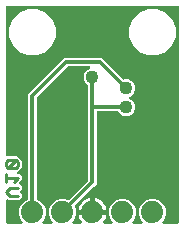
<source format=gbr>
G04 EAGLE Gerber RS-274X export*
G75*
%MOMM*%
%FSLAX34Y34*%
%LPD*%
%INBottom Copper*%
%IPPOS*%
%AMOC8*
5,1,8,0,0,1.08239X$1,22.5*%
G01*
%ADD10C,0.254000*%
%ADD11C,1.879600*%
%ADD12C,1.108000*%
%ADD13C,0.304800*%

G36*
X16464Y3053D02*
X16464Y3053D01*
X16493Y3050D01*
X16604Y3073D01*
X16716Y3089D01*
X16743Y3101D01*
X16772Y3106D01*
X16872Y3159D01*
X16976Y3205D01*
X16998Y3224D01*
X17024Y3237D01*
X17106Y3315D01*
X17193Y3388D01*
X17209Y3413D01*
X17230Y3433D01*
X17287Y3531D01*
X17350Y3625D01*
X17359Y3653D01*
X17374Y3678D01*
X17402Y3788D01*
X17436Y3896D01*
X17437Y3926D01*
X17444Y3954D01*
X17440Y4067D01*
X17443Y4180D01*
X17436Y4209D01*
X17435Y4238D01*
X17400Y4346D01*
X17372Y4455D01*
X17357Y4481D01*
X17348Y4509D01*
X17302Y4573D01*
X17226Y4700D01*
X17181Y4743D01*
X17153Y4782D01*
X15709Y6225D01*
X13969Y10426D01*
X13969Y14974D01*
X15710Y19175D01*
X18925Y22390D01*
X21217Y23340D01*
X21218Y23341D01*
X21219Y23341D01*
X21334Y23409D01*
X21461Y23484D01*
X21462Y23485D01*
X21464Y23486D01*
X21561Y23590D01*
X21657Y23691D01*
X21657Y23692D01*
X21658Y23693D01*
X21723Y23819D01*
X21787Y23944D01*
X21787Y23945D01*
X21788Y23947D01*
X21790Y23962D01*
X21842Y24223D01*
X21839Y24253D01*
X21843Y24278D01*
X21843Y112775D01*
X52325Y143257D01*
X84023Y143257D01*
X102056Y125224D01*
X102057Y125223D01*
X102058Y125222D01*
X102172Y125137D01*
X102283Y125053D01*
X102285Y125052D01*
X102286Y125051D01*
X102416Y125002D01*
X102549Y124952D01*
X102551Y124952D01*
X102552Y124951D01*
X102691Y124940D01*
X102832Y124928D01*
X102834Y124928D01*
X102835Y124928D01*
X102850Y124932D01*
X103111Y124984D01*
X103138Y124998D01*
X103163Y125004D01*
X103269Y125048D01*
X106281Y125048D01*
X109065Y123895D01*
X111195Y121765D01*
X112348Y118981D01*
X112348Y115969D01*
X111195Y113185D01*
X109065Y111055D01*
X107665Y110475D01*
X107640Y110461D01*
X107612Y110452D01*
X107518Y110389D01*
X107420Y110331D01*
X107400Y110310D01*
X107376Y110293D01*
X107303Y110207D01*
X107225Y110124D01*
X107212Y110098D01*
X107193Y110076D01*
X107147Y109972D01*
X107095Y109872D01*
X107089Y109843D01*
X107077Y109816D01*
X107062Y109704D01*
X107040Y109593D01*
X107042Y109563D01*
X107038Y109534D01*
X107055Y109422D01*
X107064Y109309D01*
X107075Y109282D01*
X107079Y109253D01*
X107126Y109150D01*
X107166Y109044D01*
X107184Y109021D01*
X107196Y108994D01*
X107270Y108908D01*
X107338Y108817D01*
X107361Y108800D01*
X107380Y108777D01*
X107447Y108736D01*
X107566Y108647D01*
X107624Y108625D01*
X107665Y108600D01*
X109065Y108020D01*
X111195Y105890D01*
X112348Y103106D01*
X112348Y100094D01*
X111195Y97310D01*
X109065Y95180D01*
X106281Y94027D01*
X103269Y94027D01*
X100485Y95180D01*
X98355Y97310D01*
X98311Y97416D01*
X98310Y97418D01*
X98310Y97419D01*
X98240Y97537D01*
X98167Y97661D01*
X98166Y97662D01*
X98165Y97664D01*
X98063Y97759D01*
X97960Y97856D01*
X97959Y97857D01*
X97957Y97858D01*
X97832Y97922D01*
X97707Y97987D01*
X97706Y97987D01*
X97704Y97988D01*
X97689Y97990D01*
X97428Y98042D01*
X97398Y98039D01*
X97373Y98043D01*
X80772Y98043D01*
X80714Y98035D01*
X80656Y98037D01*
X80574Y98015D01*
X80490Y98003D01*
X80437Y97980D01*
X80381Y97965D01*
X80308Y97922D01*
X80231Y97887D01*
X80186Y97849D01*
X80136Y97820D01*
X80078Y97758D01*
X80014Y97704D01*
X79982Y97655D01*
X79942Y97612D01*
X79903Y97537D01*
X79856Y97467D01*
X79839Y97411D01*
X79812Y97359D01*
X79801Y97291D01*
X79771Y97196D01*
X79768Y97096D01*
X79757Y97028D01*
X79757Y36627D01*
X77376Y34246D01*
X61502Y18372D01*
X61501Y18370D01*
X61499Y18369D01*
X61415Y18256D01*
X61331Y18144D01*
X61330Y18143D01*
X61329Y18142D01*
X61279Y18010D01*
X61230Y17879D01*
X61229Y17877D01*
X61229Y17876D01*
X61217Y17731D01*
X61206Y17595D01*
X61206Y17594D01*
X61206Y17592D01*
X61210Y17577D01*
X61262Y17317D01*
X61276Y17290D01*
X61282Y17265D01*
X62231Y14974D01*
X62231Y10426D01*
X60491Y6225D01*
X59047Y4782D01*
X59030Y4758D01*
X59007Y4739D01*
X58945Y4645D01*
X58876Y4555D01*
X58866Y4527D01*
X58850Y4503D01*
X58816Y4395D01*
X58775Y4289D01*
X58773Y4260D01*
X58764Y4232D01*
X58761Y4118D01*
X58752Y4006D01*
X58757Y3977D01*
X58757Y3948D01*
X58785Y3838D01*
X58808Y3727D01*
X58821Y3701D01*
X58828Y3673D01*
X58886Y3575D01*
X58939Y3475D01*
X58959Y3453D01*
X58974Y3428D01*
X59056Y3351D01*
X59134Y3269D01*
X59160Y3254D01*
X59181Y3234D01*
X59282Y3182D01*
X59380Y3125D01*
X59408Y3118D01*
X59434Y3104D01*
X59512Y3091D01*
X59655Y3055D01*
X59718Y3057D01*
X59765Y3049D01*
X66516Y3049D01*
X66545Y3053D01*
X66575Y3050D01*
X66686Y3073D01*
X66798Y3089D01*
X66825Y3101D01*
X66853Y3106D01*
X66954Y3159D01*
X67057Y3205D01*
X67080Y3224D01*
X67106Y3237D01*
X67188Y3315D01*
X67274Y3388D01*
X67291Y3413D01*
X67312Y3433D01*
X67369Y3531D01*
X67432Y3625D01*
X67441Y3653D01*
X67456Y3678D01*
X67483Y3788D01*
X67518Y3896D01*
X67518Y3925D01*
X67526Y3954D01*
X67522Y4067D01*
X67525Y4180D01*
X67518Y4209D01*
X67517Y4238D01*
X67482Y4346D01*
X67453Y4455D01*
X67438Y4481D01*
X67429Y4509D01*
X67383Y4573D01*
X67308Y4700D01*
X67262Y4743D01*
X67234Y4782D01*
X67094Y4923D01*
X65989Y6443D01*
X65136Y8117D01*
X64555Y9904D01*
X64434Y10669D01*
X75184Y10669D01*
X75242Y10677D01*
X75300Y10675D01*
X75382Y10697D01*
X75465Y10709D01*
X75519Y10733D01*
X75575Y10747D01*
X75648Y10790D01*
X75725Y10825D01*
X75769Y10863D01*
X75820Y10893D01*
X75877Y10954D01*
X75942Y11009D01*
X75974Y11057D01*
X76014Y11100D01*
X76053Y11175D01*
X76099Y11245D01*
X76117Y11301D01*
X76144Y11353D01*
X76155Y11421D01*
X76185Y11516D01*
X76188Y11616D01*
X76199Y11684D01*
X76199Y12701D01*
X76201Y12701D01*
X76201Y11684D01*
X76209Y11626D01*
X76208Y11568D01*
X76229Y11486D01*
X76241Y11403D01*
X76265Y11349D01*
X76279Y11293D01*
X76322Y11220D01*
X76357Y11143D01*
X76395Y11098D01*
X76425Y11048D01*
X76486Y10990D01*
X76541Y10926D01*
X76589Y10894D01*
X76632Y10854D01*
X76707Y10815D01*
X76777Y10769D01*
X76833Y10751D01*
X76885Y10724D01*
X76953Y10713D01*
X77048Y10683D01*
X77148Y10680D01*
X77216Y10669D01*
X87966Y10669D01*
X87845Y9904D01*
X87264Y8117D01*
X86411Y6443D01*
X85306Y4923D01*
X85166Y4782D01*
X85148Y4758D01*
X85126Y4739D01*
X85063Y4645D01*
X84995Y4555D01*
X84984Y4527D01*
X84968Y4503D01*
X84934Y4395D01*
X84894Y4289D01*
X84891Y4260D01*
X84882Y4232D01*
X84879Y4119D01*
X84870Y4006D01*
X84876Y3977D01*
X84875Y3948D01*
X84904Y3838D01*
X84926Y3727D01*
X84939Y3701D01*
X84947Y3673D01*
X85005Y3575D01*
X85057Y3475D01*
X85077Y3453D01*
X85092Y3428D01*
X85175Y3351D01*
X85253Y3269D01*
X85278Y3254D01*
X85299Y3234D01*
X85400Y3182D01*
X85498Y3125D01*
X85526Y3118D01*
X85553Y3104D01*
X85630Y3091D01*
X85773Y3055D01*
X85836Y3057D01*
X85884Y3049D01*
X92635Y3049D01*
X92664Y3053D01*
X92693Y3050D01*
X92804Y3073D01*
X92916Y3089D01*
X92943Y3101D01*
X92972Y3106D01*
X93072Y3159D01*
X93176Y3205D01*
X93198Y3224D01*
X93224Y3237D01*
X93306Y3315D01*
X93393Y3388D01*
X93409Y3413D01*
X93430Y3433D01*
X93487Y3531D01*
X93550Y3625D01*
X93559Y3653D01*
X93574Y3678D01*
X93602Y3788D01*
X93636Y3896D01*
X93637Y3926D01*
X93644Y3954D01*
X93640Y4067D01*
X93643Y4180D01*
X93636Y4209D01*
X93635Y4238D01*
X93600Y4346D01*
X93572Y4455D01*
X93557Y4481D01*
X93548Y4509D01*
X93502Y4573D01*
X93426Y4700D01*
X93381Y4743D01*
X93353Y4782D01*
X91909Y6225D01*
X90169Y10426D01*
X90169Y14974D01*
X91910Y19175D01*
X95125Y22390D01*
X99326Y24131D01*
X103874Y24131D01*
X108075Y22390D01*
X111290Y19175D01*
X113031Y14974D01*
X113031Y10426D01*
X111291Y6225D01*
X109847Y4782D01*
X109830Y4758D01*
X109807Y4739D01*
X109745Y4645D01*
X109676Y4555D01*
X109666Y4527D01*
X109650Y4503D01*
X109616Y4395D01*
X109575Y4289D01*
X109573Y4260D01*
X109564Y4232D01*
X109561Y4118D01*
X109552Y4006D01*
X109557Y3977D01*
X109557Y3948D01*
X109585Y3838D01*
X109608Y3727D01*
X109621Y3701D01*
X109628Y3673D01*
X109686Y3575D01*
X109739Y3475D01*
X109759Y3453D01*
X109774Y3428D01*
X109856Y3351D01*
X109934Y3269D01*
X109960Y3254D01*
X109981Y3234D01*
X110082Y3182D01*
X110180Y3125D01*
X110208Y3118D01*
X110234Y3104D01*
X110312Y3091D01*
X110455Y3055D01*
X110518Y3057D01*
X110565Y3049D01*
X118035Y3049D01*
X118064Y3053D01*
X118093Y3050D01*
X118204Y3073D01*
X118316Y3089D01*
X118343Y3101D01*
X118372Y3106D01*
X118472Y3159D01*
X118576Y3205D01*
X118598Y3224D01*
X118624Y3237D01*
X118706Y3315D01*
X118793Y3388D01*
X118809Y3413D01*
X118830Y3433D01*
X118887Y3531D01*
X118950Y3625D01*
X118959Y3653D01*
X118974Y3678D01*
X119002Y3788D01*
X119036Y3896D01*
X119037Y3926D01*
X119044Y3954D01*
X119040Y4067D01*
X119043Y4180D01*
X119036Y4209D01*
X119035Y4238D01*
X119000Y4346D01*
X118972Y4455D01*
X118957Y4481D01*
X118948Y4509D01*
X118902Y4573D01*
X118826Y4700D01*
X118781Y4743D01*
X118753Y4782D01*
X117309Y6225D01*
X115569Y10426D01*
X115569Y14974D01*
X117310Y19175D01*
X120525Y22390D01*
X124726Y24131D01*
X129274Y24131D01*
X133475Y22390D01*
X136690Y19175D01*
X138431Y14974D01*
X138431Y10426D01*
X136691Y6225D01*
X135247Y4782D01*
X135230Y4758D01*
X135207Y4739D01*
X135145Y4645D01*
X135076Y4555D01*
X135066Y4527D01*
X135050Y4503D01*
X135016Y4395D01*
X134975Y4289D01*
X134973Y4260D01*
X134964Y4232D01*
X134961Y4118D01*
X134952Y4006D01*
X134957Y3977D01*
X134957Y3948D01*
X134985Y3838D01*
X135008Y3727D01*
X135021Y3701D01*
X135028Y3673D01*
X135086Y3575D01*
X135139Y3475D01*
X135159Y3453D01*
X135174Y3428D01*
X135256Y3351D01*
X135334Y3269D01*
X135360Y3254D01*
X135381Y3234D01*
X135482Y3182D01*
X135580Y3125D01*
X135608Y3118D01*
X135634Y3104D01*
X135712Y3091D01*
X135855Y3055D01*
X135918Y3057D01*
X135965Y3049D01*
X148140Y3049D01*
X148198Y3057D01*
X148256Y3055D01*
X148338Y3077D01*
X148422Y3089D01*
X148475Y3112D01*
X148531Y3127D01*
X148604Y3170D01*
X148681Y3205D01*
X148725Y3242D01*
X148775Y3272D01*
X148833Y3334D01*
X148898Y3388D01*
X148930Y3437D01*
X148970Y3479D01*
X149009Y3554D01*
X149056Y3625D01*
X149073Y3680D01*
X149100Y3732D01*
X149111Y3800D01*
X149142Y3896D01*
X149144Y3995D01*
X149156Y4063D01*
X149347Y186435D01*
X149339Y186493D01*
X149340Y186552D01*
X149319Y186633D01*
X149308Y186716D01*
X149283Y186770D01*
X149269Y186827D01*
X149226Y186899D01*
X149191Y186976D01*
X149153Y187021D01*
X149123Y187072D01*
X149062Y187129D01*
X149008Y187193D01*
X148959Y187226D01*
X148916Y187266D01*
X148841Y187305D01*
X148772Y187351D01*
X148715Y187369D01*
X148663Y187396D01*
X148595Y187407D01*
X148501Y187437D01*
X148400Y187440D01*
X148332Y187451D01*
X4064Y187451D01*
X4006Y187443D01*
X3948Y187445D01*
X3866Y187423D01*
X3782Y187411D01*
X3729Y187388D01*
X3673Y187373D01*
X3600Y187330D01*
X3523Y187295D01*
X3478Y187257D01*
X3428Y187228D01*
X3370Y187166D01*
X3306Y187112D01*
X3274Y187063D01*
X3234Y187020D01*
X3195Y186945D01*
X3148Y186875D01*
X3131Y186819D01*
X3104Y186767D01*
X3093Y186699D01*
X3063Y186604D01*
X3060Y186504D01*
X3049Y186436D01*
X3049Y60998D01*
X3057Y60940D01*
X3055Y60882D01*
X3077Y60800D01*
X3089Y60717D01*
X3112Y60663D01*
X3127Y60607D01*
X3170Y60534D01*
X3205Y60457D01*
X3243Y60413D01*
X3272Y60362D01*
X3334Y60305D01*
X3388Y60240D01*
X3437Y60208D01*
X3480Y60168D01*
X3555Y60129D01*
X3625Y60083D01*
X3681Y60065D01*
X3733Y60038D01*
X3801Y60027D01*
X3896Y59997D01*
X3996Y59994D01*
X4064Y59983D01*
X12699Y59983D01*
X16329Y56353D01*
X16329Y50228D01*
X14097Y47996D01*
X12734Y46632D01*
X12716Y46609D01*
X12694Y46590D01*
X12631Y46496D01*
X12563Y46405D01*
X12552Y46378D01*
X12536Y46353D01*
X12502Y46245D01*
X12462Y46140D01*
X12459Y46110D01*
X12450Y46082D01*
X12447Y45969D01*
X12438Y45856D01*
X12444Y45828D01*
X12443Y45798D01*
X12472Y45689D01*
X12494Y45578D01*
X12507Y45551D01*
X12515Y45523D01*
X12572Y45426D01*
X12625Y45325D01*
X12645Y45304D01*
X12660Y45279D01*
X12742Y45201D01*
X12821Y45119D01*
X12846Y45104D01*
X12867Y45084D01*
X12968Y45033D01*
X13066Y44975D01*
X13094Y44968D01*
X13120Y44955D01*
X13198Y44942D01*
X13341Y44905D01*
X13404Y44907D01*
X13452Y44899D01*
X14394Y44899D01*
X16329Y42965D01*
X16329Y40229D01*
X14263Y38162D01*
X14227Y38116D01*
X14185Y38075D01*
X14142Y38003D01*
X14092Y37935D01*
X14071Y37880D01*
X14041Y37830D01*
X14021Y37748D01*
X13991Y37669D01*
X13986Y37611D01*
X13971Y37554D01*
X13974Y37470D01*
X13967Y37386D01*
X13978Y37329D01*
X13980Y37270D01*
X14006Y37190D01*
X14023Y37107D01*
X14050Y37055D01*
X14068Y37000D01*
X14108Y36944D01*
X14154Y36855D01*
X14223Y36783D01*
X14263Y36726D01*
X16329Y34660D01*
X16329Y31924D01*
X15025Y30620D01*
X14990Y30574D01*
X14948Y30533D01*
X14905Y30461D01*
X14854Y30393D01*
X14834Y30339D01*
X14804Y30288D01*
X14783Y30207D01*
X14753Y30128D01*
X14748Y30069D01*
X14734Y30013D01*
X14737Y29928D01*
X14730Y29844D01*
X14741Y29787D01*
X14743Y29729D01*
X14769Y29648D01*
X14785Y29566D01*
X14812Y29514D01*
X14830Y29458D01*
X14871Y29402D01*
X14916Y29313D01*
X14985Y29241D01*
X15025Y29185D01*
X16329Y27881D01*
X16329Y25145D01*
X14394Y23210D01*
X4879Y23210D01*
X4782Y23307D01*
X4758Y23325D01*
X4739Y23347D01*
X4645Y23410D01*
X4555Y23478D01*
X4527Y23489D01*
X4503Y23505D01*
X4395Y23539D01*
X4289Y23580D01*
X4260Y23582D01*
X4232Y23591D01*
X4119Y23594D01*
X4006Y23603D01*
X3977Y23597D01*
X3948Y23598D01*
X3838Y23570D01*
X3727Y23547D01*
X3701Y23534D01*
X3673Y23526D01*
X3575Y23469D01*
X3475Y23416D01*
X3453Y23396D01*
X3428Y23381D01*
X3351Y23299D01*
X3269Y23221D01*
X3254Y23195D01*
X3234Y23174D01*
X3182Y23073D01*
X3125Y22975D01*
X3118Y22947D01*
X3104Y22921D01*
X3091Y22843D01*
X3055Y22700D01*
X3057Y22637D01*
X3049Y22590D01*
X3049Y4064D01*
X3057Y4006D01*
X3055Y3948D01*
X3077Y3866D01*
X3089Y3782D01*
X3112Y3729D01*
X3127Y3673D01*
X3170Y3600D01*
X3205Y3523D01*
X3243Y3478D01*
X3272Y3428D01*
X3334Y3370D01*
X3388Y3306D01*
X3437Y3274D01*
X3480Y3234D01*
X3555Y3195D01*
X3625Y3148D01*
X3681Y3131D01*
X3733Y3104D01*
X3801Y3093D01*
X3896Y3063D01*
X3996Y3060D01*
X4064Y3049D01*
X16435Y3049D01*
X16464Y3053D01*
G37*
G36*
X41864Y3053D02*
X41864Y3053D01*
X41893Y3050D01*
X42004Y3073D01*
X42116Y3089D01*
X42143Y3101D01*
X42172Y3106D01*
X42272Y3159D01*
X42376Y3205D01*
X42398Y3224D01*
X42424Y3237D01*
X42506Y3315D01*
X42593Y3388D01*
X42609Y3413D01*
X42630Y3433D01*
X42687Y3531D01*
X42750Y3625D01*
X42759Y3653D01*
X42774Y3678D01*
X42802Y3788D01*
X42836Y3896D01*
X42837Y3926D01*
X42844Y3954D01*
X42840Y4067D01*
X42843Y4180D01*
X42836Y4209D01*
X42835Y4238D01*
X42800Y4346D01*
X42772Y4455D01*
X42757Y4481D01*
X42748Y4509D01*
X42702Y4573D01*
X42626Y4700D01*
X42581Y4743D01*
X42553Y4782D01*
X41109Y6225D01*
X39369Y10426D01*
X39369Y14974D01*
X41110Y19175D01*
X44325Y22390D01*
X48526Y24131D01*
X53074Y24131D01*
X55365Y23182D01*
X55367Y23181D01*
X55368Y23180D01*
X55502Y23146D01*
X55641Y23111D01*
X55642Y23111D01*
X55644Y23110D01*
X55784Y23115D01*
X55925Y23119D01*
X55926Y23119D01*
X55928Y23119D01*
X56061Y23162D01*
X56195Y23205D01*
X56197Y23206D01*
X56198Y23207D01*
X56210Y23215D01*
X56432Y23364D01*
X56451Y23387D01*
X56472Y23402D01*
X72346Y39276D01*
X72398Y39346D01*
X72458Y39410D01*
X72484Y39459D01*
X72517Y39503D01*
X72548Y39585D01*
X72588Y39663D01*
X72596Y39710D01*
X72618Y39769D01*
X72630Y39916D01*
X72643Y39994D01*
X72643Y119598D01*
X72643Y119600D01*
X72643Y119601D01*
X72623Y119745D01*
X72603Y119880D01*
X72603Y119881D01*
X72603Y119883D01*
X72543Y120014D01*
X72487Y120139D01*
X72486Y120140D01*
X72485Y120142D01*
X72393Y120250D01*
X72304Y120356D01*
X72302Y120357D01*
X72301Y120358D01*
X72288Y120367D01*
X72067Y120514D01*
X72038Y120523D01*
X72016Y120536D01*
X71910Y120580D01*
X69780Y122710D01*
X68627Y125494D01*
X68627Y128506D01*
X69780Y131290D01*
X71910Y133420D01*
X73770Y134190D01*
X73844Y134234D01*
X73922Y134269D01*
X73966Y134306D01*
X74015Y134335D01*
X74074Y134397D01*
X74139Y134453D01*
X74171Y134500D01*
X74210Y134541D01*
X74249Y134618D01*
X74297Y134689D01*
X74314Y134743D01*
X74340Y134794D01*
X74357Y134878D01*
X74383Y134960D01*
X74384Y135017D01*
X74395Y135073D01*
X74388Y135158D01*
X74390Y135244D01*
X74376Y135299D01*
X74371Y135356D01*
X74340Y135437D01*
X74318Y135519D01*
X74289Y135568D01*
X74269Y135621D01*
X74217Y135690D01*
X74173Y135764D01*
X74131Y135803D01*
X74097Y135848D01*
X74028Y135900D01*
X73966Y135958D01*
X73915Y135984D01*
X73869Y136018D01*
X73789Y136049D01*
X73712Y136088D01*
X73664Y136096D01*
X73603Y136119D01*
X73459Y136130D01*
X73381Y136143D01*
X55692Y136143D01*
X55605Y136131D01*
X55518Y136128D01*
X55465Y136111D01*
X55410Y136103D01*
X55331Y136068D01*
X55247Y136041D01*
X55208Y136013D01*
X55151Y135987D01*
X55038Y135891D01*
X54974Y135846D01*
X29254Y110126D01*
X29202Y110056D01*
X29142Y109992D01*
X29116Y109943D01*
X29083Y109899D01*
X29052Y109817D01*
X29012Y109739D01*
X29004Y109692D01*
X28982Y109633D01*
X28970Y109485D01*
X28957Y109408D01*
X28957Y24278D01*
X28957Y24276D01*
X28957Y24275D01*
X28978Y24131D01*
X28997Y23996D01*
X28997Y23995D01*
X28997Y23993D01*
X29054Y23867D01*
X29113Y23737D01*
X29114Y23736D01*
X29115Y23734D01*
X29206Y23627D01*
X29296Y23520D01*
X29298Y23519D01*
X29299Y23518D01*
X29312Y23509D01*
X29533Y23362D01*
X29562Y23353D01*
X29583Y23340D01*
X31875Y22390D01*
X35090Y19175D01*
X36831Y14974D01*
X36831Y10426D01*
X35091Y6225D01*
X33647Y4782D01*
X33630Y4758D01*
X33607Y4739D01*
X33545Y4645D01*
X33476Y4555D01*
X33466Y4527D01*
X33450Y4503D01*
X33416Y4395D01*
X33375Y4289D01*
X33373Y4260D01*
X33364Y4232D01*
X33361Y4118D01*
X33352Y4006D01*
X33357Y3977D01*
X33357Y3948D01*
X33385Y3838D01*
X33408Y3727D01*
X33421Y3701D01*
X33428Y3673D01*
X33486Y3575D01*
X33539Y3475D01*
X33559Y3453D01*
X33574Y3428D01*
X33656Y3351D01*
X33734Y3269D01*
X33760Y3254D01*
X33781Y3234D01*
X33882Y3182D01*
X33980Y3125D01*
X34008Y3118D01*
X34034Y3104D01*
X34112Y3091D01*
X34255Y3055D01*
X34318Y3057D01*
X34365Y3049D01*
X41835Y3049D01*
X41864Y3053D01*
G37*
%LPC*%
G36*
X123110Y145541D02*
X123110Y145541D01*
X115921Y148519D01*
X110419Y154021D01*
X107441Y161210D01*
X107441Y168990D01*
X110419Y176179D01*
X115921Y181681D01*
X123110Y184659D01*
X130890Y184659D01*
X138079Y181681D01*
X143581Y176179D01*
X146559Y168990D01*
X146559Y161210D01*
X143581Y154021D01*
X138079Y148519D01*
X130890Y145541D01*
X123110Y145541D01*
G37*
%LPD*%
%LPC*%
G36*
X21510Y145541D02*
X21510Y145541D01*
X14321Y148519D01*
X8819Y154021D01*
X5841Y161210D01*
X5841Y168990D01*
X8819Y176179D01*
X14321Y181681D01*
X21510Y184659D01*
X29290Y184659D01*
X36479Y181681D01*
X41981Y176179D01*
X44959Y168990D01*
X44959Y161210D01*
X41981Y154021D01*
X36479Y148519D01*
X29290Y145541D01*
X21510Y145541D01*
G37*
%LPD*%
%LPC*%
G36*
X78231Y14731D02*
X78231Y14731D01*
X78231Y24466D01*
X78996Y24345D01*
X80783Y23764D01*
X82457Y22911D01*
X83978Y21806D01*
X85306Y20478D01*
X86411Y18957D01*
X87264Y17283D01*
X87845Y15496D01*
X87966Y14731D01*
X78231Y14731D01*
G37*
%LPD*%
%LPC*%
G36*
X64434Y14731D02*
X64434Y14731D01*
X64555Y15496D01*
X65136Y17283D01*
X65989Y18957D01*
X67094Y20478D01*
X68422Y21806D01*
X69943Y22911D01*
X71617Y23764D01*
X73404Y24345D01*
X74169Y24466D01*
X74169Y14731D01*
X64434Y14731D01*
G37*
%LPD*%
D10*
X13026Y26513D02*
X6247Y26513D01*
X2858Y29903D01*
X6247Y33292D01*
X13026Y33292D01*
X9637Y38207D02*
X13026Y41597D01*
X2858Y41597D01*
X2858Y44986D02*
X2858Y38207D01*
X4552Y49901D02*
X11331Y49901D01*
X13026Y51596D01*
X13026Y54985D01*
X11331Y56680D01*
X4552Y56680D01*
X2858Y54985D01*
X2858Y51596D01*
X4552Y49901D01*
X11331Y56680D01*
D11*
X127000Y12700D03*
X101600Y12700D03*
X76200Y12700D03*
X50800Y12700D03*
X25400Y12700D03*
D12*
X104775Y139700D03*
X50800Y98425D03*
X114300Y50800D03*
X104775Y101600D03*
X76200Y127000D03*
D13*
X76200Y101600D02*
X104775Y101600D01*
X76200Y101600D02*
X76200Y114300D01*
X76200Y127000D01*
X76200Y38100D02*
X50800Y12700D01*
X76200Y38100D02*
X76200Y101600D01*
D12*
X104775Y117475D03*
D13*
X25400Y111302D02*
X25400Y12700D01*
X25400Y111302D02*
X53798Y139700D01*
X82550Y139700D01*
X104775Y117475D01*
M02*

</source>
